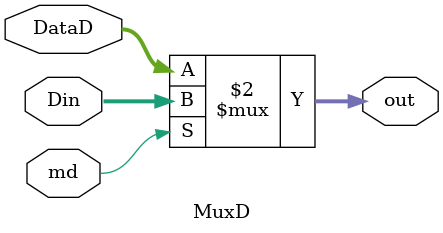
<source format=v>
module MuxD(md,Din,DataD,out);

input md;
input [7:0] Din;
input [7:0] DataD;

output [7:0] out;

assign out = (md == 1'b1) ? Din : DataD;

endmodule
</source>
